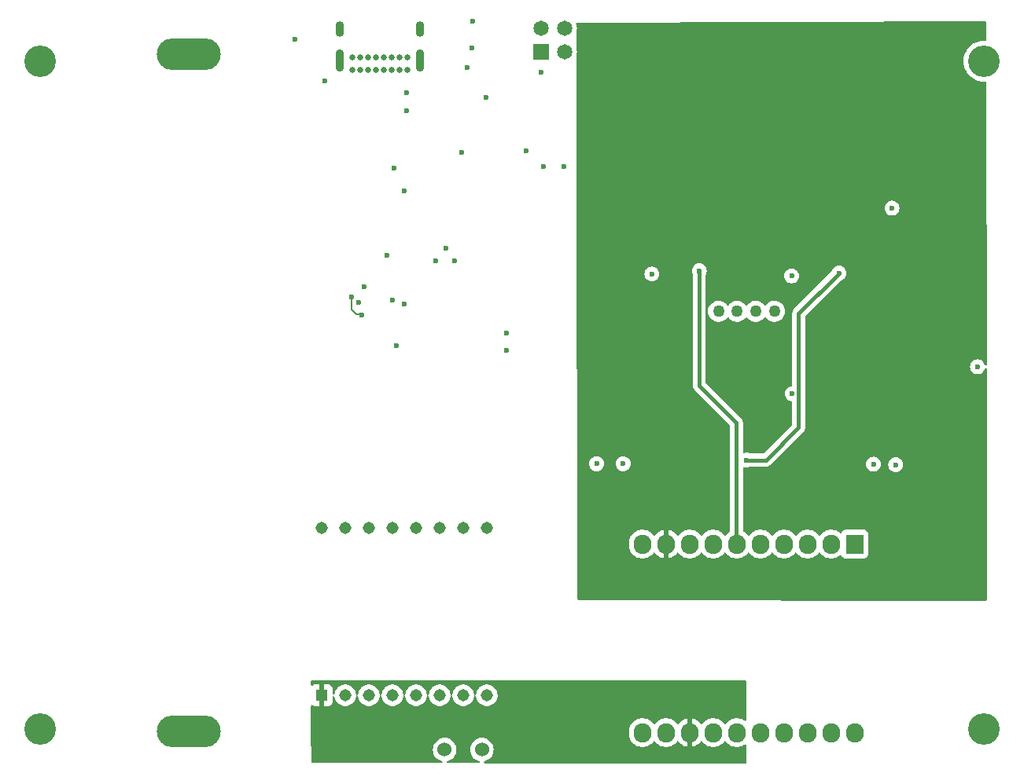
<source format=gbr>
%TF.GenerationSoftware,KiCad,Pcbnew,8.0.0*%
%TF.CreationDate,2025-02-08T12:11:07-03:30*%
%TF.ProjectId,H_Bridges,485f4272-6964-4676-9573-2e6b69636164,rev?*%
%TF.SameCoordinates,Original*%
%TF.FileFunction,Copper,L3,Inr*%
%TF.FilePolarity,Positive*%
%FSLAX46Y46*%
G04 Gerber Fmt 4.6, Leading zero omitted, Abs format (unit mm)*
G04 Created by KiCad (PCBNEW 8.0.0) date 2025-02-08 12:11:07*
%MOMM*%
%LPD*%
G01*
G04 APERTURE LIST*
%TA.AperFunction,ComponentPad*%
%ADD10C,3.400000*%
%TD*%
%TA.AperFunction,ComponentPad*%
%ADD11O,6.880000X3.440000*%
%TD*%
%TA.AperFunction,ComponentPad*%
%ADD12C,0.650000*%
%TD*%
%TA.AperFunction,ComponentPad*%
%ADD13O,0.900000X1.700000*%
%TD*%
%TA.AperFunction,ComponentPad*%
%ADD14O,0.900000X2.400000*%
%TD*%
%TA.AperFunction,ComponentPad*%
%ADD15R,1.900000X2.100000*%
%TD*%
%TA.AperFunction,ComponentPad*%
%ADD16O,1.900000X2.100000*%
%TD*%
%TA.AperFunction,ComponentPad*%
%ADD17C,1.524000*%
%TD*%
%TA.AperFunction,ComponentPad*%
%ADD18R,1.308000X1.308000*%
%TD*%
%TA.AperFunction,ComponentPad*%
%ADD19C,1.308000*%
%TD*%
%TA.AperFunction,ComponentPad*%
%ADD20R,1.651000X1.651000*%
%TD*%
%TA.AperFunction,ComponentPad*%
%ADD21C,1.651000*%
%TD*%
%TA.AperFunction,ComponentPad*%
%ADD22C,1.270000*%
%TD*%
%TA.AperFunction,ViaPad*%
%ADD23C,0.600000*%
%TD*%
%TA.AperFunction,Conductor*%
%ADD24C,0.200000*%
%TD*%
%TA.AperFunction,Conductor*%
%ADD25C,0.400000*%
%TD*%
G04 APERTURE END LIST*
D10*
%TO.N,unconnected-(H4-Pad1)*%
%TO.C,H4*%
X187300000Y-124200000D03*
%TD*%
%TO.N,unconnected-(H1-Pad1)*%
%TO.C,H1*%
X187300000Y-52250000D03*
%TD*%
%TO.N,unconnected-(H3-Pad1)*%
%TO.C,H3*%
X85700000Y-124200000D03*
%TD*%
D11*
%TO.N,GND*%
%TO.C,BT1*%
X101700000Y-124450000D03*
%TO.N,Net-(D10-K)*%
X101700000Y-51550000D03*
%TD*%
D10*
%TO.N,unconnected-(H2-Pad1)*%
%TO.C,H2*%
X85700000Y-52250000D03*
%TD*%
D12*
%TO.N,GND*%
%TO.C,J2*%
X125225000Y-53180000D03*
%TO.N,/Charger/VBUS*%
X124375000Y-53180000D03*
%TO.N,/Charger/CC1*%
X123525000Y-53180000D03*
%TO.N,/Charger/DP*%
X122675000Y-53180000D03*
%TO.N,/Charger/DN*%
X121825000Y-53180000D03*
%TO.N,unconnected-(J2-SBU1-PadA8)*%
X120975000Y-53180000D03*
%TO.N,/Charger/VBUS*%
X120125000Y-53180000D03*
%TO.N,GND*%
X119275000Y-53180000D03*
X119275000Y-51830000D03*
%TO.N,/Charger/VBUS*%
X120125000Y-51830000D03*
%TO.N,/Charger/CC2*%
X120975000Y-51830000D03*
%TO.N,/Charger/DP*%
X121825000Y-51830000D03*
%TO.N,/Charger/DN*%
X122675000Y-51830000D03*
%TO.N,unconnected-(J2-SBU2-PadB8)*%
X123525000Y-51830000D03*
%TO.N,/Charger/VBUS*%
X124375000Y-51830000D03*
%TO.N,GND*%
X125225000Y-51830000D03*
D13*
X126575000Y-48820000D03*
X117925000Y-48820000D03*
D14*
X126575000Y-52200000D03*
X117925000Y-52200000D03*
%TD*%
D15*
%TO.N,unconnected-(U1-RESET_5V-Pad1)*%
%TO.C,U1*%
X173390000Y-104300000D03*
D16*
%TO.N,unconnected-(U1-ADC-Pad2)*%
X170850000Y-104300000D03*
%TO.N,unconnected-(U1-CH_PD-Pad3)*%
X168310000Y-104300000D03*
%TO.N,/P2*%
X165770000Y-104300000D03*
%TO.N,/P1*%
X163230000Y-104300000D03*
%TO.N,/P3*%
X160690000Y-104300000D03*
%TO.N,/P4*%
X158150000Y-104300000D03*
%TO.N,unconnected-(U1-VIN-Pad8)*%
X155610000Y-104300000D03*
%TO.N,+5V*%
X153070000Y-104300000D03*
%TO.N,GND*%
X150530000Y-104300000D03*
X150530000Y-124620000D03*
%TO.N,unconnected-(U1-LDO_EN-Pad12)*%
X153070000Y-124620000D03*
%TO.N,+3V3*%
X155610000Y-124620000D03*
%TO.N,unconnected-(U1-GPIO15-Pad14)*%
X158150000Y-124620000D03*
%TO.N,unconnected-(U1-GPIO2-Pad15)*%
X160690000Y-124620000D03*
%TO.N,unconnected-(U1-GPIO0-Pad16)*%
X163230000Y-124620000D03*
%TO.N,unconnected-(U1-GPIO4-Pad17)*%
X165770000Y-124620000D03*
%TO.N,unconnected-(U1-GPIO5-Pad18)*%
X168310000Y-124620000D03*
%TO.N,/MP3_TX*%
X170850000Y-124620000D03*
%TO.N,/MP3_RX*%
X173390000Y-124620000D03*
%TD*%
D17*
%TO.N,/SPK+*%
%TO.C,LS1*%
X129250000Y-126450000D03*
%TO.N,/SPK-*%
X133250000Y-126450000D03*
%TD*%
D18*
%TO.N,+3V3*%
%TO.C,U4*%
X116000000Y-120600000D03*
D19*
%TO.N,Net-(U4-RX)*%
X118540000Y-120600000D03*
%TO.N,Net-(U4-TX)*%
X121080000Y-120600000D03*
%TO.N,unconnected-(U4-DAC_R-Pad4)*%
X123620000Y-120600000D03*
%TO.N,unconnected-(U4-DAC_L-Pad5)*%
X126160000Y-120600000D03*
%TO.N,/SPK+*%
X128700000Y-120600000D03*
%TO.N,GND*%
X131240000Y-120600000D03*
%TO.N,/SPK-*%
X133780000Y-120600000D03*
%TO.N,unconnected-(U4-IO1-Pad9)*%
X133780000Y-102566000D03*
%TO.N,GND*%
X131240000Y-102566000D03*
%TO.N,unconnected-(U4-IO2-Pad11)*%
X128700000Y-102566000D03*
%TO.N,unconnected-(U4-ADKEY1-Pad12)*%
X126160000Y-102566000D03*
%TO.N,unconnected-(U4-ADKEY2-Pad13)*%
X123620000Y-102566000D03*
%TO.N,unconnected-(U4-USB+-Pad14)*%
X121080000Y-102566000D03*
%TO.N,unconnected-(U4-USB--Pad15)*%
X118540000Y-102566000D03*
%TO.N,unconnected-(U4-BUSY-Pad16)*%
X116000000Y-102566000D03*
%TD*%
D20*
%TO.N,GND*%
%TO.C,LED1*%
X139611000Y-51267200D03*
D21*
%TO.N,Net-(LED1-Pad2)*%
X142151000Y-51267200D03*
%TO.N,Net-(U2-\u002ACHG)*%
X139611000Y-48727200D03*
%TO.N,VDD*%
X142151000Y-48727200D03*
%TD*%
D22*
%TO.N,/Coil_A+*%
%TO.C,J1*%
X164735849Y-79223350D03*
%TO.N,/Coil_B-*%
X162735850Y-79223350D03*
%TO.N,/Coil_A-*%
X160735849Y-79223350D03*
%TO.N,/Coil_B+*%
X158735851Y-79223350D03*
%TD*%
D23*
%TO.N,GND*%
X177400000Y-68100000D03*
X139600000Y-53450000D03*
X124050000Y-82900000D03*
X177800000Y-95750000D03*
X132270000Y-47940000D03*
X135859250Y-81559250D03*
X133700000Y-56200000D03*
X138000000Y-61950000D03*
X124925000Y-66260000D03*
X131100000Y-62050000D03*
X125125000Y-57580000D03*
X113100000Y-49920000D03*
X116300000Y-54420000D03*
X142100000Y-63650000D03*
X130289734Y-73800834D03*
X125125000Y-55680000D03*
X148450000Y-95650000D03*
X139900000Y-63650000D03*
X128289734Y-73800834D03*
X119950000Y-78300000D03*
X120550000Y-76550000D03*
X123000000Y-73200000D03*
X145600000Y-95650000D03*
X175400000Y-95700000D03*
X132180000Y-50790000D03*
X186600000Y-85200000D03*
X135930000Y-83400000D03*
X131627600Y-52910000D03*
%TO.N,Net-(D10-K)*%
X123600000Y-78000000D03*
X129350000Y-72450000D03*
%TO.N,VDD*%
X123800000Y-63750000D03*
%TO.N,+5V*%
X168392860Y-52800000D03*
X150950000Y-52800000D03*
X165964290Y-52800000D03*
X153378570Y-52800000D03*
X144150000Y-58214285D03*
X173250000Y-52800000D03*
X144150000Y-60642855D03*
X170821430Y-52800000D03*
X144150000Y-57000000D03*
X154592855Y-52800000D03*
X186550000Y-78200000D03*
X152164285Y-52800000D03*
X155807140Y-52800000D03*
X167178575Y-52800000D03*
X157021425Y-52800000D03*
X160800000Y-71300000D03*
X169607145Y-52800000D03*
X164750000Y-52800000D03*
X144150000Y-59428570D03*
X172035715Y-52800000D03*
X149735710Y-52800000D03*
X158235710Y-52800000D03*
X162400000Y-71200000D03*
X146800000Y-70950000D03*
%TO.N,Net-(Q10-S)*%
X119250000Y-77700000D03*
X120350000Y-79599999D03*
%TO.N,/P1*%
X166650000Y-88100000D03*
X166600000Y-75400000D03*
%TO.N,/P2*%
X151550000Y-75200000D03*
%TO.N,/P3*%
X156650000Y-74850000D03*
%TO.N,/P4*%
X171700000Y-75100000D03*
X161750000Y-95250000D03*
%TO.N,Net-(U2-\u002ACHG)*%
X124900000Y-78400000D03*
%TD*%
D24*
%TO.N,Net-(Q10-S)*%
X120250001Y-79500000D02*
X120350000Y-79599999D01*
X119250000Y-79000000D02*
X119750000Y-79500000D01*
X119750000Y-79500000D02*
X120250001Y-79500000D01*
X119250000Y-77700000D02*
X119250000Y-79000000D01*
D25*
%TO.N,/P3*%
X156650000Y-74850000D02*
X156650000Y-87200000D01*
X160661200Y-91211200D02*
X160661200Y-104280000D01*
X156650000Y-87200000D02*
X160661200Y-91211200D01*
%TO.N,/P4*%
X167350000Y-91700000D02*
X163800000Y-95250000D01*
X167350000Y-79450000D02*
X167350000Y-91700000D01*
X171700000Y-75100000D02*
X167350000Y-79450000D01*
X163800000Y-95250000D02*
X161750000Y-95250000D01*
%TD*%
%TA.AperFunction,Conductor*%
%TO.N,+3V3*%
G36*
X161576823Y-118999868D02*
G01*
X161643841Y-119019624D01*
X161689539Y-119072477D01*
X161700688Y-119123175D01*
X161723653Y-123234021D01*
X161704343Y-123301170D01*
X161651796Y-123347219D01*
X161582694Y-123357549D01*
X161526769Y-123335032D01*
X161450228Y-123279421D01*
X161246803Y-123175770D01*
X161029660Y-123105215D01*
X160804162Y-123069500D01*
X160804157Y-123069500D01*
X160575843Y-123069500D01*
X160575838Y-123069500D01*
X160350339Y-123105215D01*
X160133196Y-123175770D01*
X159929771Y-123279421D01*
X159745061Y-123413622D01*
X159583623Y-123575060D01*
X159583616Y-123575069D01*
X159520317Y-123662191D01*
X159464987Y-123704857D01*
X159395373Y-123710835D01*
X159333579Y-123678228D01*
X159319683Y-123662191D01*
X159256617Y-123575391D01*
X159256379Y-123575063D01*
X159094937Y-123413621D01*
X158910228Y-123279421D01*
X158706803Y-123175770D01*
X158489660Y-123105215D01*
X158264162Y-123069500D01*
X158264157Y-123069500D01*
X158035843Y-123069500D01*
X158035838Y-123069500D01*
X157810339Y-123105215D01*
X157593196Y-123175770D01*
X157389771Y-123279421D01*
X157205061Y-123413622D01*
X157043622Y-123575061D01*
X156999834Y-123635329D01*
X156980319Y-123662191D01*
X156980009Y-123662617D01*
X156924678Y-123705282D01*
X156855065Y-123711261D01*
X156793270Y-123678655D01*
X156779373Y-123662616D01*
X156716000Y-123575391D01*
X156715995Y-123575385D01*
X156554614Y-123414004D01*
X156369966Y-123279849D01*
X156166602Y-123176229D01*
X155949541Y-123105703D01*
X155860000Y-123091521D01*
X155860000Y-124175439D01*
X155806853Y-124144755D01*
X155677143Y-124110000D01*
X155542857Y-124110000D01*
X155413147Y-124144755D01*
X155360000Y-124175439D01*
X155360000Y-123091521D01*
X155359999Y-123091521D01*
X155270458Y-123105703D01*
X155053397Y-123176229D01*
X154850033Y-123279849D01*
X154665385Y-123414004D01*
X154504003Y-123575386D01*
X154440626Y-123662617D01*
X154385295Y-123705283D01*
X154315682Y-123711261D01*
X154253887Y-123678655D01*
X154239990Y-123662616D01*
X154239681Y-123662191D01*
X154176379Y-123575063D01*
X154014937Y-123413621D01*
X153830228Y-123279421D01*
X153626803Y-123175770D01*
X153409660Y-123105215D01*
X153184162Y-123069500D01*
X153184157Y-123069500D01*
X152955843Y-123069500D01*
X152955838Y-123069500D01*
X152730339Y-123105215D01*
X152513196Y-123175770D01*
X152309771Y-123279421D01*
X152125061Y-123413622D01*
X151963623Y-123575060D01*
X151963616Y-123575069D01*
X151900317Y-123662191D01*
X151844987Y-123704857D01*
X151775373Y-123710835D01*
X151713579Y-123678228D01*
X151699683Y-123662191D01*
X151636617Y-123575391D01*
X151636379Y-123575063D01*
X151474937Y-123413621D01*
X151290228Y-123279421D01*
X151086803Y-123175770D01*
X150869660Y-123105215D01*
X150644162Y-123069500D01*
X150644157Y-123069500D01*
X150415843Y-123069500D01*
X150415838Y-123069500D01*
X150190339Y-123105215D01*
X149973196Y-123175770D01*
X149769771Y-123279421D01*
X149585061Y-123413622D01*
X149423622Y-123575061D01*
X149289421Y-123759771D01*
X149185770Y-123963196D01*
X149115215Y-124180339D01*
X149079500Y-124405837D01*
X149079500Y-124834162D01*
X149115215Y-125059660D01*
X149185770Y-125276803D01*
X149288882Y-125479170D01*
X149289421Y-125480228D01*
X149423621Y-125664937D01*
X149585063Y-125826379D01*
X149769772Y-125960579D01*
X149865884Y-126009550D01*
X149973196Y-126064229D01*
X149973198Y-126064229D01*
X149973201Y-126064231D01*
X150089592Y-126102049D01*
X150190339Y-126134784D01*
X150415838Y-126170500D01*
X150415843Y-126170500D01*
X150644162Y-126170500D01*
X150869660Y-126134784D01*
X150871165Y-126134295D01*
X151086799Y-126064231D01*
X151290228Y-125960579D01*
X151474937Y-125826379D01*
X151636379Y-125664937D01*
X151699682Y-125577807D01*
X151755012Y-125535143D01*
X151824626Y-125529164D01*
X151886421Y-125561770D01*
X151900315Y-125577804D01*
X151963621Y-125664937D01*
X152125063Y-125826379D01*
X152309772Y-125960579D01*
X152405884Y-126009550D01*
X152513196Y-126064229D01*
X152513198Y-126064229D01*
X152513201Y-126064231D01*
X152629592Y-126102049D01*
X152730339Y-126134784D01*
X152955838Y-126170500D01*
X152955843Y-126170500D01*
X153184162Y-126170500D01*
X153409660Y-126134784D01*
X153411165Y-126134295D01*
X153626799Y-126064231D01*
X153830228Y-125960579D01*
X154014937Y-125826379D01*
X154176379Y-125664937D01*
X154239992Y-125577380D01*
X154295319Y-125534717D01*
X154364933Y-125528738D01*
X154426728Y-125561343D01*
X154440626Y-125577382D01*
X154504004Y-125664613D01*
X154504004Y-125664614D01*
X154665385Y-125825995D01*
X154850033Y-125960150D01*
X155053395Y-126063769D01*
X155270455Y-126134295D01*
X155360000Y-126148478D01*
X155360000Y-125064560D01*
X155413147Y-125095245D01*
X155542857Y-125130000D01*
X155677143Y-125130000D01*
X155806853Y-125095245D01*
X155860000Y-125064560D01*
X155860000Y-126148477D01*
X155949544Y-126134295D01*
X156166604Y-126063769D01*
X156369966Y-125960150D01*
X156554614Y-125825995D01*
X156715995Y-125664614D01*
X156716000Y-125664608D01*
X156779373Y-125577383D01*
X156834702Y-125534717D01*
X156904316Y-125528738D01*
X156966111Y-125561343D01*
X156980003Y-125577375D01*
X157043621Y-125664937D01*
X157205063Y-125826379D01*
X157389772Y-125960579D01*
X157485884Y-126009550D01*
X157593196Y-126064229D01*
X157593198Y-126064229D01*
X157593201Y-126064231D01*
X157709592Y-126102049D01*
X157810339Y-126134784D01*
X158035838Y-126170500D01*
X158035843Y-126170500D01*
X158264162Y-126170500D01*
X158489660Y-126134784D01*
X158491165Y-126134295D01*
X158706799Y-126064231D01*
X158910228Y-125960579D01*
X159094937Y-125826379D01*
X159256379Y-125664937D01*
X159319682Y-125577807D01*
X159375012Y-125535143D01*
X159444626Y-125529164D01*
X159506421Y-125561770D01*
X159520315Y-125577804D01*
X159583621Y-125664937D01*
X159745063Y-125826379D01*
X159929772Y-125960579D01*
X160025884Y-126009550D01*
X160133196Y-126064229D01*
X160133198Y-126064229D01*
X160133201Y-126064231D01*
X160249592Y-126102049D01*
X160350339Y-126134784D01*
X160575838Y-126170500D01*
X160575843Y-126170500D01*
X160804162Y-126170500D01*
X161029660Y-126134784D01*
X161031165Y-126134295D01*
X161246799Y-126064231D01*
X161450228Y-125960579D01*
X161542186Y-125893766D01*
X161607989Y-125870287D01*
X161676043Y-125886112D01*
X161724739Y-125936217D01*
X161739068Y-125993392D01*
X161749302Y-127825173D01*
X161729992Y-127892322D01*
X161677445Y-127938371D01*
X161625172Y-127949866D01*
X133583779Y-127919939D01*
X133516760Y-127900183D01*
X133471062Y-127847330D01*
X133461192Y-127778161D01*
X133490285Y-127714636D01*
X133549103Y-127676925D01*
X133551738Y-127676186D01*
X133683450Y-127640894D01*
X133883662Y-127547534D01*
X134064620Y-127420826D01*
X134220826Y-127264620D01*
X134347534Y-127083662D01*
X134440894Y-126883450D01*
X134498070Y-126670068D01*
X134517323Y-126450000D01*
X134498070Y-126229932D01*
X134440894Y-126016550D01*
X134347534Y-125816339D01*
X134220826Y-125635380D01*
X134064620Y-125479174D01*
X134064616Y-125479171D01*
X134064615Y-125479170D01*
X133883666Y-125352468D01*
X133883662Y-125352466D01*
X133721401Y-125276803D01*
X133683450Y-125259106D01*
X133683447Y-125259105D01*
X133683445Y-125259104D01*
X133470070Y-125201930D01*
X133470062Y-125201929D01*
X133250002Y-125182677D01*
X133249998Y-125182677D01*
X133029937Y-125201929D01*
X133029929Y-125201930D01*
X132816554Y-125259104D01*
X132816548Y-125259107D01*
X132616340Y-125352465D01*
X132616338Y-125352466D01*
X132435377Y-125479175D01*
X132279175Y-125635377D01*
X132152466Y-125816338D01*
X132152465Y-125816340D01*
X132059107Y-126016548D01*
X132059104Y-126016554D01*
X132001930Y-126229929D01*
X132001929Y-126229937D01*
X131982677Y-126449997D01*
X131982677Y-126450002D01*
X132001929Y-126670062D01*
X132001930Y-126670070D01*
X132059104Y-126883445D01*
X132059105Y-126883447D01*
X132059106Y-126883450D01*
X132152466Y-127083662D01*
X132152468Y-127083666D01*
X132279170Y-127264615D01*
X132279175Y-127264621D01*
X132435378Y-127420824D01*
X132435384Y-127420829D01*
X132616333Y-127547531D01*
X132616335Y-127547532D01*
X132616338Y-127547534D01*
X132816550Y-127640894D01*
X132945511Y-127675449D01*
X133005172Y-127711814D01*
X133035701Y-127774661D01*
X133027406Y-127844036D01*
X132982921Y-127897914D01*
X132916369Y-127919189D01*
X132913286Y-127919224D01*
X129599647Y-127915687D01*
X129532628Y-127895931D01*
X129486930Y-127843078D01*
X129477060Y-127773909D01*
X129506153Y-127710384D01*
X129564971Y-127672673D01*
X129567617Y-127671931D01*
X129651877Y-127649353D01*
X129683440Y-127640897D01*
X129683441Y-127640896D01*
X129683450Y-127640894D01*
X129883662Y-127547534D01*
X130064620Y-127420826D01*
X130220826Y-127264620D01*
X130347534Y-127083662D01*
X130440894Y-126883450D01*
X130498070Y-126670068D01*
X130517323Y-126450000D01*
X130498070Y-126229932D01*
X130440894Y-126016550D01*
X130347534Y-125816339D01*
X130220826Y-125635380D01*
X130064620Y-125479174D01*
X130064616Y-125479171D01*
X130064615Y-125479170D01*
X129883666Y-125352468D01*
X129883662Y-125352466D01*
X129721401Y-125276803D01*
X129683450Y-125259106D01*
X129683447Y-125259105D01*
X129683445Y-125259104D01*
X129470070Y-125201930D01*
X129470062Y-125201929D01*
X129250002Y-125182677D01*
X129249998Y-125182677D01*
X129029937Y-125201929D01*
X129029929Y-125201930D01*
X128816554Y-125259104D01*
X128816548Y-125259107D01*
X128616340Y-125352465D01*
X128616338Y-125352466D01*
X128435377Y-125479175D01*
X128279175Y-125635377D01*
X128152466Y-125816338D01*
X128152465Y-125816340D01*
X128059107Y-126016548D01*
X128059104Y-126016554D01*
X128001930Y-126229929D01*
X128001929Y-126229937D01*
X127982677Y-126449997D01*
X127982677Y-126450002D01*
X128001929Y-126670062D01*
X128001930Y-126670070D01*
X128059104Y-126883445D01*
X128059105Y-126883447D01*
X128059106Y-126883450D01*
X128152466Y-127083662D01*
X128152468Y-127083666D01*
X128279170Y-127264615D01*
X128279175Y-127264621D01*
X128435378Y-127420824D01*
X128435384Y-127420829D01*
X128616333Y-127547531D01*
X128616335Y-127547532D01*
X128616338Y-127547534D01*
X128816550Y-127640894D01*
X128816556Y-127640895D01*
X128816557Y-127640896D01*
X128929515Y-127671163D01*
X128989176Y-127707528D01*
X129019705Y-127770375D01*
X129011410Y-127839750D01*
X128966925Y-127893628D01*
X128900373Y-127914903D01*
X128897290Y-127914938D01*
X115022159Y-127900130D01*
X114955140Y-127880374D01*
X114909442Y-127827521D01*
X114898303Y-127777854D01*
X114850012Y-124300864D01*
X114850000Y-124299142D01*
X114850000Y-121754997D01*
X114869685Y-121687958D01*
X114922489Y-121642203D01*
X114991647Y-121632259D01*
X115048312Y-121655731D01*
X115103910Y-121697352D01*
X115103913Y-121697354D01*
X115238620Y-121747596D01*
X115238627Y-121747598D01*
X115298155Y-121753999D01*
X115298172Y-121754000D01*
X115750000Y-121754000D01*
X115750000Y-120915686D01*
X115754394Y-120920080D01*
X115845606Y-120972741D01*
X115947339Y-121000000D01*
X116052661Y-121000000D01*
X116154394Y-120972741D01*
X116245606Y-120920080D01*
X116250000Y-120915686D01*
X116250000Y-121754000D01*
X116701828Y-121754000D01*
X116701844Y-121753999D01*
X116761372Y-121747598D01*
X116761379Y-121747596D01*
X116896086Y-121697354D01*
X116896093Y-121697350D01*
X117011187Y-121611190D01*
X117011190Y-121611187D01*
X117097350Y-121496093D01*
X117097354Y-121496086D01*
X117147596Y-121361379D01*
X117147598Y-121361372D01*
X117153999Y-121301844D01*
X117154000Y-121301827D01*
X117154000Y-120833653D01*
X117173685Y-120766614D01*
X117226489Y-120720859D01*
X117295647Y-120710915D01*
X117359203Y-120739940D01*
X117396977Y-120798718D01*
X117399888Y-120810866D01*
X117400296Y-120813048D01*
X117458846Y-121018835D01*
X117458849Y-121018840D01*
X117554219Y-121210370D01*
X117683159Y-121381114D01*
X117841278Y-121525258D01*
X117841283Y-121525261D01*
X117841286Y-121525263D01*
X118023186Y-121637891D01*
X118023187Y-121637891D01*
X118023190Y-121637893D01*
X118222703Y-121715185D01*
X118433020Y-121754500D01*
X118433022Y-121754500D01*
X118646978Y-121754500D01*
X118646980Y-121754500D01*
X118857297Y-121715185D01*
X119056810Y-121637893D01*
X119238722Y-121525258D01*
X119396841Y-121381114D01*
X119525781Y-121210370D01*
X119621151Y-121018840D01*
X119621151Y-121018837D01*
X119621153Y-121018835D01*
X119679703Y-120813050D01*
X119679704Y-120813047D01*
X119686479Y-120739940D01*
X119686529Y-120739394D01*
X119712315Y-120674457D01*
X119769116Y-120633770D01*
X119838897Y-120630250D01*
X119899503Y-120665015D01*
X119931693Y-120727028D01*
X119933471Y-120739395D01*
X119940295Y-120813047D01*
X119940296Y-120813050D01*
X119998846Y-121018835D01*
X119998849Y-121018840D01*
X120094219Y-121210370D01*
X120223159Y-121381114D01*
X120381278Y-121525258D01*
X120381283Y-121525261D01*
X120381286Y-121525263D01*
X120563186Y-121637891D01*
X120563187Y-121637891D01*
X120563190Y-121637893D01*
X120762703Y-121715185D01*
X120973020Y-121754500D01*
X120973022Y-121754500D01*
X121186978Y-121754500D01*
X121186980Y-121754500D01*
X121397297Y-121715185D01*
X121596810Y-121637893D01*
X121778722Y-121525258D01*
X121936841Y-121381114D01*
X122065781Y-121210370D01*
X122161151Y-121018840D01*
X122161151Y-121018837D01*
X122161153Y-121018835D01*
X122219703Y-120813050D01*
X122219704Y-120813047D01*
X122226479Y-120739940D01*
X122226529Y-120739394D01*
X122252315Y-120674457D01*
X122309116Y-120633770D01*
X122378897Y-120630250D01*
X122439503Y-120665015D01*
X122471693Y-120727028D01*
X122473471Y-120739395D01*
X122480295Y-120813047D01*
X122480296Y-120813050D01*
X122538846Y-121018835D01*
X122538849Y-121018840D01*
X122634219Y-121210370D01*
X122763159Y-121381114D01*
X122921278Y-121525258D01*
X122921283Y-121525261D01*
X122921286Y-121525263D01*
X123103186Y-121637891D01*
X123103187Y-121637891D01*
X123103190Y-121637893D01*
X123302703Y-121715185D01*
X123513020Y-121754500D01*
X123513022Y-121754500D01*
X123726978Y-121754500D01*
X123726980Y-121754500D01*
X123937297Y-121715185D01*
X124136810Y-121637893D01*
X124318722Y-121525258D01*
X124476841Y-121381114D01*
X124605781Y-121210370D01*
X124701151Y-121018840D01*
X124701151Y-121018837D01*
X124701153Y-121018835D01*
X124759703Y-120813050D01*
X124759704Y-120813047D01*
X124766479Y-120739940D01*
X124766529Y-120739394D01*
X124792315Y-120674457D01*
X124849116Y-120633770D01*
X124918897Y-120630250D01*
X124979503Y-120665015D01*
X125011693Y-120727028D01*
X125013471Y-120739395D01*
X125020295Y-120813047D01*
X125020296Y-120813050D01*
X125078846Y-121018835D01*
X125078849Y-121018840D01*
X125174219Y-121210370D01*
X125303159Y-121381114D01*
X125461278Y-121525258D01*
X125461283Y-121525261D01*
X125461286Y-121525263D01*
X125643186Y-121637891D01*
X125643187Y-121637891D01*
X125643190Y-121637893D01*
X125842703Y-121715185D01*
X126053020Y-121754500D01*
X126053022Y-121754500D01*
X126266978Y-121754500D01*
X126266980Y-121754500D01*
X126477297Y-121715185D01*
X126676810Y-121637893D01*
X126858722Y-121525258D01*
X127016841Y-121381114D01*
X127145781Y-121210370D01*
X127241151Y-121018840D01*
X127241151Y-121018837D01*
X127241153Y-121018835D01*
X127299703Y-120813050D01*
X127299704Y-120813047D01*
X127306479Y-120739940D01*
X127306529Y-120739394D01*
X127332315Y-120674457D01*
X127389116Y-120633770D01*
X127458897Y-120630250D01*
X127519503Y-120665015D01*
X127551693Y-120727028D01*
X127553471Y-120739395D01*
X127560295Y-120813047D01*
X127560296Y-120813050D01*
X127618846Y-121018835D01*
X127618849Y-121018840D01*
X127714219Y-121210370D01*
X127843159Y-121381114D01*
X128001278Y-121525258D01*
X128001283Y-121525261D01*
X128001286Y-121525263D01*
X128183186Y-121637891D01*
X128183187Y-121637891D01*
X128183190Y-121637893D01*
X128382703Y-121715185D01*
X128593020Y-121754500D01*
X128593022Y-121754500D01*
X128806978Y-121754500D01*
X128806980Y-121754500D01*
X129017297Y-121715185D01*
X129216810Y-121637893D01*
X129398722Y-121525258D01*
X129556841Y-121381114D01*
X129685781Y-121210370D01*
X129781151Y-121018840D01*
X129781151Y-121018837D01*
X129781153Y-121018835D01*
X129839703Y-120813050D01*
X129839704Y-120813047D01*
X129846479Y-120739940D01*
X129846529Y-120739394D01*
X129872315Y-120674457D01*
X129929116Y-120633770D01*
X129998897Y-120630250D01*
X130059503Y-120665015D01*
X130091693Y-120727028D01*
X130093471Y-120739395D01*
X130100295Y-120813047D01*
X130100296Y-120813050D01*
X130158846Y-121018835D01*
X130158849Y-121018840D01*
X130254219Y-121210370D01*
X130383159Y-121381114D01*
X130541278Y-121525258D01*
X130541283Y-121525261D01*
X130541286Y-121525263D01*
X130723186Y-121637891D01*
X130723187Y-121637891D01*
X130723190Y-121637893D01*
X130922703Y-121715185D01*
X131133020Y-121754500D01*
X131133022Y-121754500D01*
X131346978Y-121754500D01*
X131346980Y-121754500D01*
X131557297Y-121715185D01*
X131756810Y-121637893D01*
X131938722Y-121525258D01*
X132096841Y-121381114D01*
X132225781Y-121210370D01*
X132321151Y-121018840D01*
X132321151Y-121018837D01*
X132321153Y-121018835D01*
X132379703Y-120813050D01*
X132379704Y-120813047D01*
X132386479Y-120739940D01*
X132386529Y-120739394D01*
X132412315Y-120674457D01*
X132469116Y-120633770D01*
X132538897Y-120630250D01*
X132599503Y-120665015D01*
X132631693Y-120727028D01*
X132633471Y-120739395D01*
X132640295Y-120813047D01*
X132640296Y-120813050D01*
X132698846Y-121018835D01*
X132698849Y-121018840D01*
X132794219Y-121210370D01*
X132923159Y-121381114D01*
X133081278Y-121525258D01*
X133081283Y-121525261D01*
X133081286Y-121525263D01*
X133263186Y-121637891D01*
X133263187Y-121637891D01*
X133263190Y-121637893D01*
X133462703Y-121715185D01*
X133673020Y-121754500D01*
X133673022Y-121754500D01*
X133886978Y-121754500D01*
X133886980Y-121754500D01*
X134097297Y-121715185D01*
X134296810Y-121637893D01*
X134478722Y-121525258D01*
X134636841Y-121381114D01*
X134765781Y-121210370D01*
X134861151Y-121018840D01*
X134861151Y-121018837D01*
X134861153Y-121018835D01*
X134919703Y-120813050D01*
X134919704Y-120813047D01*
X134926479Y-120739940D01*
X134939446Y-120600000D01*
X134919704Y-120386952D01*
X134889251Y-120279920D01*
X134861153Y-120181164D01*
X134861150Y-120181158D01*
X134765781Y-119989630D01*
X134636841Y-119818886D01*
X134478722Y-119674742D01*
X134478716Y-119674738D01*
X134478713Y-119674736D01*
X134296813Y-119562108D01*
X134296807Y-119562106D01*
X134097297Y-119484815D01*
X133886980Y-119445500D01*
X133673020Y-119445500D01*
X133462703Y-119484815D01*
X133412074Y-119504429D01*
X133263192Y-119562106D01*
X133263186Y-119562108D01*
X133081286Y-119674736D01*
X133081283Y-119674738D01*
X133081279Y-119674740D01*
X133081278Y-119674742D01*
X133049287Y-119703906D01*
X132923158Y-119818887D01*
X132794219Y-119989629D01*
X132698849Y-120181158D01*
X132698846Y-120181164D01*
X132640296Y-120386949D01*
X132640295Y-120386952D01*
X132633471Y-120460604D01*
X132607685Y-120525542D01*
X132550884Y-120566229D01*
X132481103Y-120569749D01*
X132420497Y-120534984D01*
X132388307Y-120472971D01*
X132386529Y-120460604D01*
X132379704Y-120386952D01*
X132379703Y-120386949D01*
X132321153Y-120181164D01*
X132321150Y-120181158D01*
X132225781Y-119989630D01*
X132096841Y-119818886D01*
X131938722Y-119674742D01*
X131938716Y-119674738D01*
X131938713Y-119674736D01*
X131756813Y-119562108D01*
X131756807Y-119562106D01*
X131557297Y-119484815D01*
X131346980Y-119445500D01*
X131133020Y-119445500D01*
X130922703Y-119484815D01*
X130872074Y-119504429D01*
X130723192Y-119562106D01*
X130723186Y-119562108D01*
X130541286Y-119674736D01*
X130541283Y-119674738D01*
X130541279Y-119674740D01*
X130541278Y-119674742D01*
X130509287Y-119703906D01*
X130383158Y-119818887D01*
X130254219Y-119989629D01*
X130158849Y-120181158D01*
X130158846Y-120181164D01*
X130100296Y-120386949D01*
X130100295Y-120386952D01*
X130093471Y-120460604D01*
X130067685Y-120525542D01*
X130010884Y-120566229D01*
X129941103Y-120569749D01*
X129880497Y-120534984D01*
X129848307Y-120472971D01*
X129846529Y-120460604D01*
X129839704Y-120386952D01*
X129839703Y-120386949D01*
X129781153Y-120181164D01*
X129781150Y-120181158D01*
X129685781Y-119989630D01*
X129556841Y-119818886D01*
X129398722Y-119674742D01*
X129398716Y-119674738D01*
X129398713Y-119674736D01*
X129216813Y-119562108D01*
X129216807Y-119562106D01*
X129017297Y-119484815D01*
X128806980Y-119445500D01*
X128593020Y-119445500D01*
X128382703Y-119484815D01*
X128332074Y-119504429D01*
X128183192Y-119562106D01*
X128183186Y-119562108D01*
X128001286Y-119674736D01*
X128001283Y-119674738D01*
X128001279Y-119674740D01*
X128001278Y-119674742D01*
X127969287Y-119703906D01*
X127843158Y-119818887D01*
X127714219Y-119989629D01*
X127618849Y-120181158D01*
X127618846Y-120181164D01*
X127560296Y-120386949D01*
X127560295Y-120386952D01*
X127553471Y-120460604D01*
X127527685Y-120525542D01*
X127470884Y-120566229D01*
X127401103Y-120569749D01*
X127340497Y-120534984D01*
X127308307Y-120472971D01*
X127306529Y-120460604D01*
X127299704Y-120386952D01*
X127299703Y-120386949D01*
X127241153Y-120181164D01*
X127241150Y-120181158D01*
X127145781Y-119989630D01*
X127016841Y-119818886D01*
X126858722Y-119674742D01*
X126858716Y-119674738D01*
X126858713Y-119674736D01*
X126676813Y-119562108D01*
X126676807Y-119562106D01*
X126477297Y-119484815D01*
X126266980Y-119445500D01*
X126053020Y-119445500D01*
X125842703Y-119484815D01*
X125792074Y-119504429D01*
X125643192Y-119562106D01*
X125643186Y-119562108D01*
X125461286Y-119674736D01*
X125461283Y-119674738D01*
X125461279Y-119674740D01*
X125461278Y-119674742D01*
X125429287Y-119703906D01*
X125303158Y-119818887D01*
X125174219Y-119989629D01*
X125078849Y-120181158D01*
X125078846Y-120181164D01*
X125020296Y-120386949D01*
X125020295Y-120386952D01*
X125013471Y-120460604D01*
X124987685Y-120525542D01*
X124930884Y-120566229D01*
X124861103Y-120569749D01*
X124800497Y-120534984D01*
X124768307Y-120472971D01*
X124766529Y-120460604D01*
X124759704Y-120386952D01*
X124759703Y-120386949D01*
X124701153Y-120181164D01*
X124701150Y-120181158D01*
X124605781Y-119989630D01*
X124476841Y-119818886D01*
X124318722Y-119674742D01*
X124318716Y-119674738D01*
X124318713Y-119674736D01*
X124136813Y-119562108D01*
X124136807Y-119562106D01*
X123937297Y-119484815D01*
X123726980Y-119445500D01*
X123513020Y-119445500D01*
X123302703Y-119484815D01*
X123252074Y-119504429D01*
X123103192Y-119562106D01*
X123103186Y-119562108D01*
X122921286Y-119674736D01*
X122921283Y-119674738D01*
X122921279Y-119674740D01*
X122921278Y-119674742D01*
X122889287Y-119703906D01*
X122763158Y-119818887D01*
X122634219Y-119989629D01*
X122538849Y-120181158D01*
X122538846Y-120181164D01*
X122480296Y-120386949D01*
X122480295Y-120386952D01*
X122473471Y-120460604D01*
X122447685Y-120525542D01*
X122390884Y-120566229D01*
X122321103Y-120569749D01*
X122260497Y-120534984D01*
X122228307Y-120472971D01*
X122226529Y-120460604D01*
X122219704Y-120386952D01*
X122219703Y-120386949D01*
X122161153Y-120181164D01*
X122161150Y-120181158D01*
X122065781Y-119989630D01*
X121936841Y-119818886D01*
X121778722Y-119674742D01*
X121778716Y-119674738D01*
X121778713Y-119674736D01*
X121596813Y-119562108D01*
X121596807Y-119562106D01*
X121397297Y-119484815D01*
X121186980Y-119445500D01*
X120973020Y-119445500D01*
X120762703Y-119484815D01*
X120712074Y-119504429D01*
X120563192Y-119562106D01*
X120563186Y-119562108D01*
X120381286Y-119674736D01*
X120381283Y-119674738D01*
X120381279Y-119674740D01*
X120381278Y-119674742D01*
X120349287Y-119703906D01*
X120223158Y-119818887D01*
X120094219Y-119989629D01*
X119998849Y-120181158D01*
X119998846Y-120181164D01*
X119940296Y-120386949D01*
X119940295Y-120386952D01*
X119933471Y-120460604D01*
X119907685Y-120525542D01*
X119850884Y-120566229D01*
X119781103Y-120569749D01*
X119720497Y-120534984D01*
X119688307Y-120472971D01*
X119686529Y-120460604D01*
X119679704Y-120386952D01*
X119679703Y-120386949D01*
X119621153Y-120181164D01*
X119621150Y-120181158D01*
X119525781Y-119989630D01*
X119396841Y-119818886D01*
X119238722Y-119674742D01*
X119238716Y-119674738D01*
X119238713Y-119674736D01*
X119056813Y-119562108D01*
X119056807Y-119562106D01*
X118857297Y-119484815D01*
X118646980Y-119445500D01*
X118433020Y-119445500D01*
X118222703Y-119484815D01*
X118172074Y-119504429D01*
X118023192Y-119562106D01*
X118023186Y-119562108D01*
X117841286Y-119674736D01*
X117841283Y-119674738D01*
X117841279Y-119674740D01*
X117841278Y-119674742D01*
X117809287Y-119703906D01*
X117683158Y-119818887D01*
X117554219Y-119989629D01*
X117458849Y-120181158D01*
X117458846Y-120181164D01*
X117400297Y-120386946D01*
X117399888Y-120389136D01*
X117399403Y-120390089D01*
X117398727Y-120392466D01*
X117398261Y-120392333D01*
X117368218Y-120451415D01*
X117307904Y-120486686D01*
X117238096Y-120483750D01*
X117180957Y-120443539D01*
X117154629Y-120378819D01*
X117154000Y-120366346D01*
X117154000Y-119898172D01*
X117153999Y-119898155D01*
X117147598Y-119838627D01*
X117147596Y-119838620D01*
X117097354Y-119703913D01*
X117097350Y-119703906D01*
X117011190Y-119588812D01*
X117011187Y-119588809D01*
X116896093Y-119502649D01*
X116896086Y-119502645D01*
X116761379Y-119452403D01*
X116761372Y-119452401D01*
X116701844Y-119446000D01*
X116250000Y-119446000D01*
X116250000Y-120284314D01*
X116245606Y-120279920D01*
X116154394Y-120227259D01*
X116052661Y-120200000D01*
X115947339Y-120200000D01*
X115845606Y-120227259D01*
X115754394Y-120279920D01*
X115750000Y-120284314D01*
X115750000Y-119446000D01*
X115298155Y-119446000D01*
X115238627Y-119452401D01*
X115238620Y-119452403D01*
X115103913Y-119502645D01*
X115103910Y-119502647D01*
X115048311Y-119544269D01*
X114982847Y-119568686D01*
X114914574Y-119553834D01*
X114865168Y-119504429D01*
X114850000Y-119445002D01*
X114850000Y-119074132D01*
X114869685Y-119007093D01*
X114922489Y-118961338D01*
X114974129Y-118950132D01*
X161576823Y-118999868D01*
G37*
%TD.AperFunction*%
%TD*%
%TA.AperFunction,Conductor*%
%TO.N,+5V*%
G36*
X187492906Y-47969865D02*
G01*
X187538828Y-48022523D01*
X187550198Y-48074193D01*
X187553167Y-49928778D01*
X187533590Y-49995849D01*
X187480859Y-50041689D01*
X187421058Y-50052712D01*
X187300000Y-50044778D01*
X187012161Y-50063644D01*
X187012155Y-50063645D01*
X187012150Y-50063646D01*
X186729254Y-50119917D01*
X186729239Y-50119921D01*
X186456094Y-50212642D01*
X186197393Y-50340219D01*
X186197386Y-50340223D01*
X185957547Y-50500478D01*
X185740672Y-50690672D01*
X185550478Y-50907547D01*
X185390223Y-51147386D01*
X185390219Y-51147393D01*
X185262642Y-51406094D01*
X185169921Y-51679239D01*
X185169917Y-51679254D01*
X185113646Y-51962150D01*
X185113644Y-51962162D01*
X185094778Y-52250000D01*
X185113644Y-52537837D01*
X185113646Y-52537849D01*
X185169917Y-52820745D01*
X185169921Y-52820760D01*
X185262642Y-53093905D01*
X185390219Y-53352606D01*
X185390223Y-53352613D01*
X185550478Y-53592452D01*
X185740672Y-53809327D01*
X185957546Y-53999520D01*
X186197389Y-54159778D01*
X186456098Y-54287359D01*
X186729247Y-54380081D01*
X187012161Y-54436356D01*
X187300000Y-54455222D01*
X187428490Y-54446800D01*
X187496673Y-54462057D01*
X187545784Y-54511755D01*
X187560600Y-54570335D01*
X187609215Y-84930453D01*
X187589638Y-84997524D01*
X187536907Y-85043364D01*
X187467765Y-85053418D01*
X187404162Y-85024495D01*
X187368174Y-84971607D01*
X187325789Y-84850478D01*
X187229816Y-84697738D01*
X187102262Y-84570184D01*
X186949523Y-84474211D01*
X186779254Y-84414631D01*
X186779249Y-84414630D01*
X186600004Y-84394435D01*
X186599996Y-84394435D01*
X186420750Y-84414630D01*
X186420745Y-84414631D01*
X186250476Y-84474211D01*
X186097737Y-84570184D01*
X185970184Y-84697737D01*
X185874211Y-84850476D01*
X185814631Y-85020745D01*
X185814630Y-85020750D01*
X185794435Y-85199996D01*
X185794435Y-85200003D01*
X185814630Y-85379249D01*
X185814631Y-85379254D01*
X185874211Y-85549523D01*
X185970184Y-85702262D01*
X186097738Y-85829816D01*
X186250478Y-85925789D01*
X186420745Y-85985368D01*
X186420750Y-85985369D01*
X186599996Y-86005565D01*
X186600000Y-86005565D01*
X186600004Y-86005565D01*
X186779249Y-85985369D01*
X186779252Y-85985368D01*
X186779255Y-85985368D01*
X186949522Y-85925789D01*
X187102262Y-85829816D01*
X187229816Y-85702262D01*
X187325789Y-85549522D01*
X187369033Y-85425937D01*
X187409754Y-85369163D01*
X187474706Y-85343415D01*
X187543268Y-85356871D01*
X187593671Y-85405258D01*
X187610074Y-85466694D01*
X187649800Y-110275547D01*
X187630223Y-110342618D01*
X187577492Y-110388458D01*
X187525547Y-110399746D01*
X143673429Y-110310251D01*
X143606430Y-110290429D01*
X143560783Y-110237532D01*
X143549682Y-110186572D01*
X143535095Y-104514162D01*
X149079500Y-104514162D01*
X149115215Y-104739660D01*
X149185770Y-104956803D01*
X149289421Y-105160228D01*
X149423621Y-105344937D01*
X149585063Y-105506379D01*
X149769772Y-105640579D01*
X149865884Y-105689550D01*
X149973196Y-105744229D01*
X149973198Y-105744229D01*
X149973201Y-105744231D01*
X150089592Y-105782049D01*
X150190339Y-105814784D01*
X150415838Y-105850500D01*
X150415843Y-105850500D01*
X150644162Y-105850500D01*
X150869660Y-105814784D01*
X150871165Y-105814295D01*
X151086799Y-105744231D01*
X151290228Y-105640579D01*
X151474937Y-105506379D01*
X151636379Y-105344937D01*
X151699992Y-105257380D01*
X151755319Y-105214717D01*
X151824933Y-105208738D01*
X151886728Y-105241343D01*
X151900626Y-105257382D01*
X151964004Y-105344613D01*
X151964004Y-105344614D01*
X152125385Y-105505995D01*
X152310033Y-105640150D01*
X152513395Y-105743769D01*
X152730455Y-105814295D01*
X152820000Y-105828478D01*
X152820000Y-104744560D01*
X152873147Y-104775245D01*
X153002857Y-104810000D01*
X153137143Y-104810000D01*
X153266853Y-104775245D01*
X153320000Y-104744560D01*
X153320000Y-105828477D01*
X153409544Y-105814295D01*
X153626604Y-105743769D01*
X153829966Y-105640150D01*
X154014614Y-105505995D01*
X154175995Y-105344614D01*
X154176000Y-105344608D01*
X154239373Y-105257383D01*
X154294702Y-105214717D01*
X154364316Y-105208738D01*
X154426111Y-105241343D01*
X154440003Y-105257375D01*
X154503621Y-105344937D01*
X154665063Y-105506379D01*
X154849772Y-105640579D01*
X154945884Y-105689550D01*
X155053196Y-105744229D01*
X155053198Y-105744229D01*
X155053201Y-105744231D01*
X155169592Y-105782049D01*
X155270339Y-105814784D01*
X155495838Y-105850500D01*
X155495843Y-105850500D01*
X155724162Y-105850500D01*
X155949660Y-105814784D01*
X155951165Y-105814295D01*
X156166799Y-105744231D01*
X156370228Y-105640579D01*
X156554937Y-105506379D01*
X156716379Y-105344937D01*
X156779682Y-105257807D01*
X156835012Y-105215143D01*
X156904626Y-105209164D01*
X156966421Y-105241770D01*
X156980315Y-105257804D01*
X157043621Y-105344937D01*
X157205063Y-105506379D01*
X157389772Y-105640579D01*
X157485884Y-105689550D01*
X157593196Y-105744229D01*
X157593198Y-105744229D01*
X157593201Y-105744231D01*
X157709592Y-105782049D01*
X157810339Y-105814784D01*
X158035838Y-105850500D01*
X158035843Y-105850500D01*
X158264162Y-105850500D01*
X158489660Y-105814784D01*
X158491165Y-105814295D01*
X158706799Y-105744231D01*
X158910228Y-105640579D01*
X159094937Y-105506379D01*
X159256379Y-105344937D01*
X159319682Y-105257807D01*
X159375012Y-105215143D01*
X159444626Y-105209164D01*
X159506421Y-105241770D01*
X159520315Y-105257804D01*
X159583621Y-105344937D01*
X159745063Y-105506379D01*
X159929772Y-105640579D01*
X160025884Y-105689550D01*
X160133196Y-105744229D01*
X160133198Y-105744229D01*
X160133201Y-105744231D01*
X160249592Y-105782049D01*
X160350339Y-105814784D01*
X160575838Y-105850500D01*
X160575843Y-105850500D01*
X160804162Y-105850500D01*
X161029660Y-105814784D01*
X161031165Y-105814295D01*
X161246799Y-105744231D01*
X161450228Y-105640579D01*
X161634937Y-105506379D01*
X161796379Y-105344937D01*
X161859682Y-105257807D01*
X161915012Y-105215143D01*
X161984626Y-105209164D01*
X162046421Y-105241770D01*
X162060315Y-105257804D01*
X162123621Y-105344937D01*
X162285063Y-105506379D01*
X162469772Y-105640579D01*
X162565884Y-105689550D01*
X162673196Y-105744229D01*
X162673198Y-105744229D01*
X162673201Y-105744231D01*
X162789592Y-105782049D01*
X162890339Y-105814784D01*
X163115838Y-105850500D01*
X163115843Y-105850500D01*
X163344162Y-105850500D01*
X163569660Y-105814784D01*
X163571165Y-105814295D01*
X163786799Y-105744231D01*
X163990228Y-105640579D01*
X164174937Y-105506379D01*
X164336379Y-105344937D01*
X164399682Y-105257807D01*
X164455012Y-105215143D01*
X164524626Y-105209164D01*
X164586421Y-105241770D01*
X164600315Y-105257804D01*
X164663621Y-105344937D01*
X164825063Y-105506379D01*
X165009772Y-105640579D01*
X165105884Y-105689550D01*
X165213196Y-105744229D01*
X165213198Y-105744229D01*
X165213201Y-105744231D01*
X165329592Y-105782049D01*
X165430339Y-105814784D01*
X165655838Y-105850500D01*
X165655843Y-105850500D01*
X165884162Y-105850500D01*
X166109660Y-105814784D01*
X166111165Y-105814295D01*
X166326799Y-105744231D01*
X166530228Y-105640579D01*
X166714937Y-105506379D01*
X166876379Y-105344937D01*
X166939682Y-105257807D01*
X166995012Y-105215143D01*
X167064626Y-105209164D01*
X167126421Y-105241770D01*
X167140315Y-105257804D01*
X167203621Y-105344937D01*
X167365063Y-105506379D01*
X167549772Y-105640579D01*
X167645884Y-105689550D01*
X167753196Y-105744229D01*
X167753198Y-105744229D01*
X167753201Y-105744231D01*
X167869592Y-105782049D01*
X167970339Y-105814784D01*
X168195838Y-105850500D01*
X168195843Y-105850500D01*
X168424162Y-105850500D01*
X168649660Y-105814784D01*
X168651165Y-105814295D01*
X168866799Y-105744231D01*
X169070228Y-105640579D01*
X169254937Y-105506379D01*
X169416379Y-105344937D01*
X169479682Y-105257807D01*
X169535012Y-105215143D01*
X169604626Y-105209164D01*
X169666421Y-105241770D01*
X169680315Y-105257804D01*
X169743621Y-105344937D01*
X169905063Y-105506379D01*
X170089772Y-105640579D01*
X170185884Y-105689550D01*
X170293196Y-105744229D01*
X170293198Y-105744229D01*
X170293201Y-105744231D01*
X170409592Y-105782049D01*
X170510339Y-105814784D01*
X170735838Y-105850500D01*
X170735843Y-105850500D01*
X170964162Y-105850500D01*
X171189660Y-105814784D01*
X171191165Y-105814295D01*
X171406799Y-105744231D01*
X171610228Y-105640579D01*
X171794937Y-105506379D01*
X171794940Y-105506375D01*
X171796034Y-105505581D01*
X171861840Y-105482101D01*
X171929894Y-105497926D01*
X171978589Y-105548031D01*
X171985102Y-105562566D01*
X171996202Y-105592328D01*
X171996206Y-105592335D01*
X172082452Y-105707544D01*
X172082455Y-105707547D01*
X172197664Y-105793793D01*
X172197671Y-105793797D01*
X172332517Y-105844091D01*
X172332516Y-105844091D01*
X172339444Y-105844835D01*
X172392127Y-105850500D01*
X174387872Y-105850499D01*
X174447483Y-105844091D01*
X174582331Y-105793796D01*
X174697546Y-105707546D01*
X174783796Y-105592331D01*
X174834091Y-105457483D01*
X174840500Y-105397873D01*
X174840499Y-103202128D01*
X174834091Y-103142517D01*
X174824866Y-103117784D01*
X174783797Y-103007671D01*
X174783793Y-103007664D01*
X174697547Y-102892455D01*
X174697544Y-102892452D01*
X174582335Y-102806206D01*
X174582328Y-102806202D01*
X174447482Y-102755908D01*
X174447483Y-102755908D01*
X174387883Y-102749501D01*
X174387881Y-102749500D01*
X174387873Y-102749500D01*
X174387864Y-102749500D01*
X172392129Y-102749500D01*
X172392123Y-102749501D01*
X172332516Y-102755908D01*
X172197671Y-102806202D01*
X172197664Y-102806206D01*
X172082455Y-102892452D01*
X172082452Y-102892455D01*
X171996206Y-103007664D01*
X171996203Y-103007669D01*
X171985102Y-103037434D01*
X171943230Y-103093367D01*
X171877766Y-103117784D01*
X171809493Y-103102932D01*
X171796034Y-103094418D01*
X171610228Y-102959421D01*
X171406803Y-102855770D01*
X171189660Y-102785215D01*
X170964162Y-102749500D01*
X170964157Y-102749500D01*
X170735843Y-102749500D01*
X170735838Y-102749500D01*
X170510339Y-102785215D01*
X170293196Y-102855770D01*
X170089771Y-102959421D01*
X169905061Y-103093622D01*
X169743623Y-103255060D01*
X169743616Y-103255069D01*
X169680317Y-103342191D01*
X169624987Y-103384857D01*
X169555373Y-103390835D01*
X169493579Y-103358228D01*
X169479683Y-103342191D01*
X169416617Y-103255391D01*
X169416379Y-103255063D01*
X169254937Y-103093621D01*
X169070228Y-102959421D01*
X169033700Y-102940809D01*
X168866803Y-102855770D01*
X168649660Y-102785215D01*
X168424162Y-102749500D01*
X168424157Y-102749500D01*
X168195843Y-102749500D01*
X168195838Y-102749500D01*
X167970339Y-102785215D01*
X167753196Y-102855770D01*
X167549771Y-102959421D01*
X167365061Y-103093622D01*
X167203623Y-103255060D01*
X167203616Y-103255069D01*
X167140317Y-103342191D01*
X167084987Y-103384857D01*
X167015373Y-103390835D01*
X166953579Y-103358228D01*
X166939683Y-103342191D01*
X166876617Y-103255391D01*
X166876379Y-103255063D01*
X166714937Y-103093621D01*
X166530228Y-102959421D01*
X166493700Y-102940809D01*
X166326803Y-102855770D01*
X166109660Y-102785215D01*
X165884162Y-102749500D01*
X165884157Y-102749500D01*
X165655843Y-102749500D01*
X165655838Y-102749500D01*
X165430339Y-102785215D01*
X165213196Y-102855770D01*
X165009771Y-102959421D01*
X164825061Y-103093622D01*
X164663623Y-103255060D01*
X164663616Y-103255069D01*
X164600317Y-103342191D01*
X164544987Y-103384857D01*
X164475373Y-103390835D01*
X164413579Y-103358228D01*
X164399683Y-103342191D01*
X164336617Y-103255391D01*
X164336379Y-103255063D01*
X164174937Y-103093621D01*
X163990228Y-102959421D01*
X163953700Y-102940809D01*
X163786803Y-102855770D01*
X163569660Y-102785215D01*
X163344162Y-102749500D01*
X163344157Y-102749500D01*
X163115843Y-102749500D01*
X163115838Y-102749500D01*
X162890339Y-102785215D01*
X162673196Y-102855770D01*
X162469771Y-102959421D01*
X162285061Y-103093622D01*
X162123623Y-103255060D01*
X162123616Y-103255069D01*
X162060317Y-103342191D01*
X162004987Y-103384857D01*
X161935373Y-103390835D01*
X161873579Y-103358228D01*
X161859683Y-103342191D01*
X161796617Y-103255391D01*
X161796379Y-103255063D01*
X161634937Y-103093621D01*
X161450228Y-102959421D01*
X161450217Y-102959415D01*
X161450215Y-102959414D01*
X161429404Y-102948810D01*
X161378609Y-102900835D01*
X161361700Y-102838326D01*
X161361700Y-96136982D01*
X161381385Y-96069943D01*
X161434189Y-96024188D01*
X161503347Y-96014244D01*
X161526655Y-96019941D01*
X161570737Y-96035366D01*
X161570743Y-96035367D01*
X161570745Y-96035368D01*
X161570746Y-96035368D01*
X161570750Y-96035369D01*
X161749996Y-96055565D01*
X161750000Y-96055565D01*
X161750004Y-96055565D01*
X161929249Y-96035369D01*
X161929252Y-96035368D01*
X161929255Y-96035368D01*
X162099522Y-95975789D01*
X162100488Y-95975181D01*
X162109523Y-95969506D01*
X162175494Y-95950500D01*
X163868996Y-95950500D01*
X163975828Y-95929249D01*
X164004328Y-95923580D01*
X164068069Y-95897177D01*
X164131807Y-95870777D01*
X164131808Y-95870776D01*
X164131811Y-95870775D01*
X164246543Y-95794114D01*
X164340654Y-95700003D01*
X174594435Y-95700003D01*
X174614630Y-95879249D01*
X174614631Y-95879254D01*
X174674211Y-96049523D01*
X174729166Y-96136982D01*
X174770184Y-96202262D01*
X174897738Y-96329816D01*
X175050478Y-96425789D01*
X175135573Y-96455565D01*
X175220745Y-96485368D01*
X175220750Y-96485369D01*
X175399996Y-96505565D01*
X175400000Y-96505565D01*
X175400004Y-96505565D01*
X175579249Y-96485369D01*
X175579252Y-96485368D01*
X175579255Y-96485368D01*
X175749522Y-96425789D01*
X175902262Y-96329816D01*
X176029816Y-96202262D01*
X176125789Y-96049522D01*
X176185368Y-95879255D01*
X176185369Y-95879249D01*
X176199931Y-95750003D01*
X176994435Y-95750003D01*
X177014630Y-95929249D01*
X177014631Y-95929254D01*
X177074211Y-96099523D01*
X177138767Y-96202262D01*
X177170184Y-96252262D01*
X177297738Y-96379816D01*
X177450478Y-96475789D01*
X177535573Y-96505565D01*
X177620745Y-96535368D01*
X177620750Y-96535369D01*
X177799996Y-96555565D01*
X177800000Y-96555565D01*
X177800004Y-96555565D01*
X177979249Y-96535369D01*
X177979252Y-96535368D01*
X177979255Y-96535368D01*
X178149522Y-96475789D01*
X178302262Y-96379816D01*
X178429816Y-96252262D01*
X178525789Y-96099522D01*
X178585368Y-95929255D01*
X178585369Y-95929249D01*
X178605565Y-95750003D01*
X178605565Y-95749996D01*
X178585369Y-95570750D01*
X178585368Y-95570745D01*
X178525788Y-95400476D01*
X178462955Y-95300478D01*
X178429816Y-95247738D01*
X178302262Y-95120184D01*
X178222688Y-95070184D01*
X178149523Y-95024211D01*
X177979254Y-94964631D01*
X177979249Y-94964630D01*
X177800004Y-94944435D01*
X177799996Y-94944435D01*
X177620750Y-94964630D01*
X177620745Y-94964631D01*
X177450476Y-95024211D01*
X177297737Y-95120184D01*
X177170184Y-95247737D01*
X177074211Y-95400476D01*
X177014631Y-95570745D01*
X177014630Y-95570750D01*
X176994435Y-95749996D01*
X176994435Y-95750003D01*
X176199931Y-95750003D01*
X176205565Y-95700003D01*
X176205565Y-95699996D01*
X176185369Y-95520750D01*
X176185368Y-95520745D01*
X176125788Y-95350476D01*
X176029815Y-95197737D01*
X175902262Y-95070184D01*
X175749523Y-94974211D01*
X175579254Y-94914631D01*
X175579249Y-94914630D01*
X175400004Y-94894435D01*
X175399996Y-94894435D01*
X175220750Y-94914630D01*
X175220745Y-94914631D01*
X175050476Y-94974211D01*
X174897737Y-95070184D01*
X174770184Y-95197737D01*
X174674211Y-95350476D01*
X174614631Y-95520745D01*
X174614630Y-95520750D01*
X174594435Y-95699996D01*
X174594435Y-95700003D01*
X164340654Y-95700003D01*
X167894114Y-92146543D01*
X167970775Y-92031811D01*
X168023580Y-91904329D01*
X168037972Y-91831974D01*
X168050500Y-91768993D01*
X168050500Y-79791518D01*
X168070185Y-79724479D01*
X168086814Y-79703842D01*
X171899290Y-75891365D01*
X171946013Y-75862007D01*
X172049522Y-75825789D01*
X172202262Y-75729816D01*
X172329816Y-75602262D01*
X172425789Y-75449522D01*
X172485368Y-75279255D01*
X172491960Y-75220750D01*
X172505565Y-75100003D01*
X172505565Y-75099996D01*
X172485369Y-74920750D01*
X172485368Y-74920745D01*
X172478357Y-74900709D01*
X172425789Y-74750478D01*
X172329816Y-74597738D01*
X172202262Y-74470184D01*
X172113852Y-74414632D01*
X172049523Y-74374211D01*
X171879254Y-74314631D01*
X171879249Y-74314630D01*
X171700004Y-74294435D01*
X171699996Y-74294435D01*
X171520750Y-74314630D01*
X171520745Y-74314631D01*
X171350476Y-74374211D01*
X171197737Y-74470184D01*
X171070184Y-74597737D01*
X170974212Y-74750475D01*
X170974211Y-74750476D01*
X170937992Y-74853984D01*
X170908632Y-74900709D01*
X166805887Y-79003455D01*
X166805882Y-79003461D01*
X166798967Y-79013809D01*
X166798968Y-79013810D01*
X166729228Y-79118182D01*
X166729221Y-79118195D01*
X166676421Y-79245667D01*
X166676418Y-79245677D01*
X166649500Y-79381004D01*
X166649500Y-87183677D01*
X166629815Y-87250716D01*
X166577011Y-87296471D01*
X166539384Y-87306897D01*
X166470750Y-87314630D01*
X166300478Y-87374210D01*
X166147737Y-87470184D01*
X166020184Y-87597737D01*
X165924211Y-87750476D01*
X165864631Y-87920745D01*
X165864630Y-87920750D01*
X165844435Y-88099996D01*
X165844435Y-88100003D01*
X165864630Y-88279249D01*
X165864631Y-88279254D01*
X165924211Y-88449523D01*
X166020184Y-88602262D01*
X166147738Y-88729816D01*
X166300478Y-88825789D01*
X166470745Y-88885368D01*
X166539384Y-88893101D01*
X166603796Y-88920166D01*
X166643352Y-88977760D01*
X166649500Y-89016321D01*
X166649500Y-91358481D01*
X166629815Y-91425520D01*
X166613181Y-91446162D01*
X163546162Y-94513181D01*
X163484839Y-94546666D01*
X163458481Y-94549500D01*
X162175494Y-94549500D01*
X162109523Y-94530494D01*
X162099525Y-94524212D01*
X161929254Y-94464631D01*
X161929249Y-94464630D01*
X161750004Y-94444435D01*
X161749996Y-94444435D01*
X161570750Y-94464630D01*
X161570738Y-94464633D01*
X161526653Y-94480059D01*
X161456874Y-94483620D01*
X161396247Y-94448890D01*
X161364021Y-94386896D01*
X161361700Y-94363017D01*
X161361700Y-91142204D01*
X161334781Y-91006877D01*
X161334780Y-91006876D01*
X161334780Y-91006872D01*
X161334778Y-91006867D01*
X161281978Y-90879395D01*
X161281971Y-90879382D01*
X161205315Y-90764659D01*
X161205314Y-90764658D01*
X161107742Y-90667086D01*
X157386819Y-86946162D01*
X157353334Y-86884839D01*
X157350500Y-86858481D01*
X157350500Y-79261609D01*
X157361219Y-79225103D01*
X157358302Y-79219484D01*
X157588856Y-79219484D01*
X157593477Y-79226674D01*
X157597971Y-79250168D01*
X157614902Y-79432887D01*
X157614902Y-79432889D01*
X157614903Y-79432892D01*
X157672492Y-79635297D01*
X157766293Y-79823675D01*
X157893109Y-79991607D01*
X157893112Y-79991610D01*
X158048627Y-80133380D01*
X158048629Y-80133382D01*
X158227543Y-80244161D01*
X158227549Y-80244164D01*
X158269119Y-80260268D01*
X158423775Y-80320182D01*
X158630631Y-80358850D01*
X158630633Y-80358850D01*
X158841069Y-80358850D01*
X158841071Y-80358850D01*
X159047927Y-80320182D01*
X159244155Y-80244163D01*
X159423074Y-80133381D01*
X159578591Y-79991609D01*
X159636897Y-79914400D01*
X159693004Y-79872764D01*
X159762716Y-79868072D01*
X159823898Y-79901815D01*
X159834804Y-79914401D01*
X159893107Y-79991607D01*
X159893109Y-79991610D01*
X160048625Y-80133380D01*
X160048627Y-80133382D01*
X160227541Y-80244161D01*
X160227547Y-80244164D01*
X160269117Y-80260268D01*
X160423773Y-80320182D01*
X160630629Y-80358850D01*
X160630631Y-80358850D01*
X160841067Y-80358850D01*
X160841069Y-80358850D01*
X161047925Y-80320182D01*
X161244153Y-80244163D01*
X161423072Y-80133381D01*
X161578589Y-79991609D01*
X161636897Y-79914396D01*
X161693003Y-79872763D01*
X161762715Y-79868070D01*
X161823897Y-79901812D01*
X161834802Y-79914397D01*
X161834805Y-79914401D01*
X161893111Y-79991611D01*
X162048626Y-80133380D01*
X162048628Y-80133382D01*
X162227542Y-80244161D01*
X162227548Y-80244164D01*
X162269118Y-80260268D01*
X162423774Y-80320182D01*
X162630630Y-80358850D01*
X162630632Y-80358850D01*
X162841068Y-80358850D01*
X162841070Y-80358850D01*
X163047926Y-80320182D01*
X163244154Y-80244163D01*
X163423073Y-80133381D01*
X163578590Y-79991609D01*
X163636896Y-79914400D01*
X163693003Y-79872764D01*
X163762715Y-79868072D01*
X163823897Y-79901815D01*
X163834803Y-79914400D01*
X163893107Y-79991607D01*
X163893110Y-79991610D01*
X164048625Y-80133380D01*
X164048627Y-80133382D01*
X164227541Y-80244161D01*
X164227547Y-80244164D01*
X164269117Y-80260268D01*
X164423773Y-80320182D01*
X164630629Y-80358850D01*
X164630631Y-80358850D01*
X164841067Y-80358850D01*
X164841069Y-80358850D01*
X165047925Y-80320182D01*
X165244153Y-80244163D01*
X165423072Y-80133381D01*
X165578589Y-79991609D01*
X165705407Y-79823675D01*
X165799208Y-79635297D01*
X165856797Y-79432892D01*
X165876214Y-79223350D01*
X165856797Y-79013808D01*
X165799208Y-78811403D01*
X165705407Y-78623025D01*
X165578589Y-78455091D01*
X165423072Y-78313319D01*
X165423070Y-78313317D01*
X165244156Y-78202538D01*
X165244150Y-78202535D01*
X165089497Y-78142623D01*
X165047925Y-78126518D01*
X164841069Y-78087850D01*
X164630629Y-78087850D01*
X164423773Y-78126518D01*
X164423770Y-78126518D01*
X164423770Y-78126519D01*
X164227547Y-78202535D01*
X164227541Y-78202538D01*
X164048627Y-78313317D01*
X164048625Y-78313319D01*
X163893109Y-78455089D01*
X163834802Y-78532300D01*
X163778693Y-78573935D01*
X163708981Y-78578626D01*
X163647799Y-78544883D01*
X163636895Y-78532299D01*
X163578588Y-78455089D01*
X163423073Y-78313319D01*
X163423071Y-78313317D01*
X163244157Y-78202538D01*
X163244151Y-78202535D01*
X163089498Y-78142623D01*
X163047926Y-78126518D01*
X162841070Y-78087850D01*
X162630630Y-78087850D01*
X162423774Y-78126518D01*
X162423771Y-78126518D01*
X162423771Y-78126519D01*
X162227548Y-78202535D01*
X162227542Y-78202538D01*
X162048628Y-78313317D01*
X162048626Y-78313319D01*
X161893111Y-78455089D01*
X161834803Y-78532301D01*
X161778693Y-78573937D01*
X161708981Y-78578628D01*
X161647800Y-78544886D01*
X161636895Y-78532301D01*
X161636894Y-78532300D01*
X161578589Y-78455091D01*
X161578587Y-78455088D01*
X161423072Y-78313319D01*
X161423070Y-78313317D01*
X161244156Y-78202538D01*
X161244150Y-78202535D01*
X161089497Y-78142623D01*
X161047925Y-78126518D01*
X160841069Y-78087850D01*
X160630629Y-78087850D01*
X160423773Y-78126518D01*
X160423770Y-78126518D01*
X160423770Y-78126519D01*
X160227547Y-78202535D01*
X160227541Y-78202538D01*
X160048627Y-78313317D01*
X160048625Y-78313319D01*
X159893110Y-78455089D01*
X159834804Y-78532299D01*
X159778695Y-78573935D01*
X159708983Y-78578626D01*
X159647801Y-78544884D01*
X159636896Y-78532299D01*
X159578589Y-78455089D01*
X159423074Y-78313319D01*
X159423072Y-78313317D01*
X159244158Y-78202538D01*
X159244152Y-78202535D01*
X159089499Y-78142623D01*
X159047927Y-78126518D01*
X158841071Y-78087850D01*
X158630631Y-78087850D01*
X158423775Y-78126518D01*
X158423772Y-78126518D01*
X158423772Y-78126519D01*
X158227549Y-78202535D01*
X158227543Y-78202538D01*
X158048629Y-78313317D01*
X158048627Y-78313319D01*
X157893112Y-78455089D01*
X157766293Y-78623024D01*
X157672493Y-78811399D01*
X157672492Y-78811403D01*
X157614903Y-79013808D01*
X157614903Y-79013809D01*
X157614903Y-79013810D01*
X157597971Y-79196531D01*
X157588856Y-79219484D01*
X157358302Y-79219484D01*
X157352807Y-79208898D01*
X157350500Y-79185090D01*
X157350500Y-75400003D01*
X165794435Y-75400003D01*
X165814630Y-75579249D01*
X165814631Y-75579254D01*
X165874211Y-75749523D01*
X165924662Y-75829815D01*
X165970184Y-75902262D01*
X166097738Y-76029816D01*
X166250478Y-76125789D01*
X166420745Y-76185368D01*
X166420750Y-76185369D01*
X166599996Y-76205565D01*
X166600000Y-76205565D01*
X166600004Y-76205565D01*
X166779249Y-76185369D01*
X166779252Y-76185368D01*
X166779255Y-76185368D01*
X166949522Y-76125789D01*
X167102262Y-76029816D01*
X167229816Y-75902262D01*
X167325789Y-75749522D01*
X167385368Y-75579255D01*
X167399985Y-75449523D01*
X167405565Y-75400003D01*
X167405565Y-75399996D01*
X167385369Y-75220750D01*
X167385368Y-75220745D01*
X167377942Y-75199522D01*
X167325789Y-75050478D01*
X167307106Y-75020745D01*
X167244272Y-74920745D01*
X167229816Y-74897738D01*
X167102262Y-74770184D01*
X167070897Y-74750476D01*
X166949523Y-74674211D01*
X166779254Y-74614631D01*
X166779249Y-74614630D01*
X166600004Y-74594435D01*
X166599996Y-74594435D01*
X166420750Y-74614630D01*
X166420745Y-74614631D01*
X166250476Y-74674211D01*
X166097737Y-74770184D01*
X165970184Y-74897737D01*
X165874211Y-75050476D01*
X165814631Y-75220745D01*
X165814630Y-75220750D01*
X165794435Y-75399996D01*
X165794435Y-75400003D01*
X157350500Y-75400003D01*
X157350500Y-75275493D01*
X157369508Y-75209519D01*
X157375787Y-75199525D01*
X157375786Y-75199525D01*
X157375789Y-75199522D01*
X157435368Y-75029255D01*
X157435369Y-75029249D01*
X157455565Y-74850003D01*
X157455565Y-74849996D01*
X157435369Y-74670750D01*
X157435368Y-74670745D01*
X157415733Y-74614631D01*
X157375789Y-74500478D01*
X157279816Y-74347738D01*
X157152262Y-74220184D01*
X156999523Y-74124211D01*
X156829254Y-74064631D01*
X156829249Y-74064630D01*
X156650004Y-74044435D01*
X156649996Y-74044435D01*
X156470750Y-74064630D01*
X156470745Y-74064631D01*
X156300476Y-74124211D01*
X156147737Y-74220184D01*
X156020184Y-74347737D01*
X155924211Y-74500476D01*
X155864631Y-74670745D01*
X155864630Y-74670750D01*
X155844435Y-74849996D01*
X155844435Y-74850003D01*
X155864630Y-75029249D01*
X155864631Y-75029254D01*
X155924212Y-75199525D01*
X155930492Y-75209519D01*
X155949500Y-75275493D01*
X155949500Y-87131006D01*
X155949500Y-87268994D01*
X155949500Y-87268996D01*
X155949499Y-87268996D01*
X155976418Y-87404322D01*
X155976421Y-87404332D01*
X156029222Y-87531807D01*
X156105887Y-87646545D01*
X156105888Y-87646546D01*
X159924381Y-91465037D01*
X159957866Y-91526360D01*
X159960700Y-91552718D01*
X159960700Y-102873770D01*
X159941015Y-102940809D01*
X159909588Y-102974085D01*
X159745063Y-103093621D01*
X159745061Y-103093623D01*
X159745060Y-103093623D01*
X159583623Y-103255060D01*
X159583616Y-103255069D01*
X159520317Y-103342191D01*
X159464987Y-103384857D01*
X159395373Y-103390835D01*
X159333579Y-103358228D01*
X159319683Y-103342191D01*
X159256617Y-103255391D01*
X159256379Y-103255063D01*
X159094937Y-103093621D01*
X158910228Y-102959421D01*
X158873700Y-102940809D01*
X158706803Y-102855770D01*
X158489660Y-102785215D01*
X158264162Y-102749500D01*
X158264157Y-102749500D01*
X158035843Y-102749500D01*
X158035838Y-102749500D01*
X157810339Y-102785215D01*
X157593196Y-102855770D01*
X157389771Y-102959421D01*
X157205061Y-103093622D01*
X157043623Y-103255060D01*
X157043616Y-103255069D01*
X156980317Y-103342191D01*
X156924987Y-103384857D01*
X156855373Y-103390835D01*
X156793579Y-103358228D01*
X156779683Y-103342191D01*
X156716617Y-103255391D01*
X156716379Y-103255063D01*
X156554937Y-103093621D01*
X156370228Y-102959421D01*
X156333700Y-102940809D01*
X156166803Y-102855770D01*
X155949660Y-102785215D01*
X155724162Y-102749500D01*
X155724157Y-102749500D01*
X155495843Y-102749500D01*
X155495838Y-102749500D01*
X155270339Y-102785215D01*
X155053196Y-102855770D01*
X154849771Y-102959421D01*
X154665061Y-103093622D01*
X154503622Y-103255061D01*
X154459834Y-103315329D01*
X154440319Y-103342191D01*
X154440009Y-103342617D01*
X154384678Y-103385282D01*
X154315065Y-103391261D01*
X154253270Y-103358655D01*
X154239373Y-103342616D01*
X154176000Y-103255391D01*
X154175995Y-103255385D01*
X154014614Y-103094004D01*
X153829966Y-102959849D01*
X153626602Y-102856229D01*
X153409541Y-102785703D01*
X153320000Y-102771521D01*
X153320000Y-103855439D01*
X153266853Y-103824755D01*
X153137143Y-103790000D01*
X153002857Y-103790000D01*
X152873147Y-103824755D01*
X152820000Y-103855439D01*
X152820000Y-102771521D01*
X152819999Y-102771521D01*
X152730458Y-102785703D01*
X152513397Y-102856229D01*
X152310033Y-102959849D01*
X152125385Y-103094004D01*
X151964003Y-103255386D01*
X151900626Y-103342617D01*
X151845295Y-103385283D01*
X151775682Y-103391261D01*
X151713887Y-103358655D01*
X151699990Y-103342616D01*
X151699681Y-103342191D01*
X151636379Y-103255063D01*
X151474937Y-103093621D01*
X151290228Y-102959421D01*
X151253700Y-102940809D01*
X151086803Y-102855770D01*
X150869660Y-102785215D01*
X150644162Y-102749500D01*
X150644157Y-102749500D01*
X150415843Y-102749500D01*
X150415838Y-102749500D01*
X150190339Y-102785215D01*
X149973196Y-102855770D01*
X149769771Y-102959421D01*
X149585061Y-103093622D01*
X149423622Y-103255061D01*
X149289421Y-103439771D01*
X149185770Y-103643196D01*
X149115215Y-103860339D01*
X149079500Y-104085837D01*
X149079500Y-104514162D01*
X143535095Y-104514162D01*
X143512301Y-95650003D01*
X144794435Y-95650003D01*
X144814630Y-95829249D01*
X144814631Y-95829254D01*
X144874211Y-95999523D01*
X144909425Y-96055565D01*
X144970184Y-96152262D01*
X145097738Y-96279816D01*
X145250478Y-96375789D01*
X145261984Y-96379815D01*
X145420745Y-96435368D01*
X145420750Y-96435369D01*
X145599996Y-96455565D01*
X145600000Y-96455565D01*
X145600004Y-96455565D01*
X145779249Y-96435369D01*
X145779252Y-96435368D01*
X145779255Y-96435368D01*
X145949522Y-96375789D01*
X146102262Y-96279816D01*
X146229816Y-96152262D01*
X146325789Y-95999522D01*
X146385368Y-95829255D01*
X146385369Y-95829249D01*
X146405565Y-95650003D01*
X147644435Y-95650003D01*
X147664630Y-95829249D01*
X147664631Y-95829254D01*
X147724211Y-95999523D01*
X147759425Y-96055565D01*
X147820184Y-96152262D01*
X147947738Y-96279816D01*
X148100478Y-96375789D01*
X148111984Y-96379815D01*
X148270745Y-96435368D01*
X148270750Y-96435369D01*
X148449996Y-96455565D01*
X148450000Y-96455565D01*
X148450004Y-96455565D01*
X148629249Y-96435369D01*
X148629252Y-96435368D01*
X148629255Y-96435368D01*
X148799522Y-96375789D01*
X148952262Y-96279816D01*
X149079816Y-96152262D01*
X149175789Y-95999522D01*
X149235368Y-95829255D01*
X149235369Y-95829249D01*
X149255565Y-95650003D01*
X149255565Y-95649996D01*
X149235369Y-95470750D01*
X149235368Y-95470745D01*
X149175789Y-95300478D01*
X149079816Y-95147738D01*
X148952262Y-95020184D01*
X148799523Y-94924211D01*
X148629254Y-94864631D01*
X148629249Y-94864630D01*
X148450004Y-94844435D01*
X148449996Y-94844435D01*
X148270750Y-94864630D01*
X148270745Y-94864631D01*
X148100476Y-94924211D01*
X147947737Y-95020184D01*
X147820184Y-95147737D01*
X147724211Y-95300476D01*
X147664631Y-95470745D01*
X147664630Y-95470750D01*
X147644435Y-95649996D01*
X147644435Y-95650003D01*
X146405565Y-95650003D01*
X146405565Y-95649996D01*
X146385369Y-95470750D01*
X146385368Y-95470745D01*
X146325789Y-95300478D01*
X146229816Y-95147738D01*
X146102262Y-95020184D01*
X145949523Y-94924211D01*
X145779254Y-94864631D01*
X145779249Y-94864630D01*
X145600004Y-94844435D01*
X145599996Y-94844435D01*
X145420750Y-94864630D01*
X145420745Y-94864631D01*
X145250476Y-94924211D01*
X145097737Y-95020184D01*
X144970184Y-95147737D01*
X144874211Y-95300476D01*
X144814631Y-95470745D01*
X144814630Y-95470750D01*
X144794435Y-95649996D01*
X144794435Y-95650003D01*
X143512301Y-95650003D01*
X143459713Y-75200003D01*
X150744435Y-75200003D01*
X150764630Y-75379249D01*
X150764631Y-75379254D01*
X150824211Y-75549523D01*
X150920184Y-75702262D01*
X151047738Y-75829816D01*
X151200478Y-75925789D01*
X151370745Y-75985368D01*
X151370750Y-75985369D01*
X151549996Y-76005565D01*
X151550000Y-76005565D01*
X151550004Y-76005565D01*
X151729249Y-75985369D01*
X151729252Y-75985368D01*
X151729255Y-75985368D01*
X151899522Y-75925789D01*
X152052262Y-75829816D01*
X152179816Y-75702262D01*
X152275789Y-75549522D01*
X152335368Y-75379255D01*
X152335369Y-75379249D01*
X152355565Y-75200003D01*
X152355565Y-75199996D01*
X152335369Y-75020750D01*
X152335368Y-75020745D01*
X152300376Y-74920745D01*
X152275789Y-74850478D01*
X152179816Y-74697738D01*
X152052262Y-74570184D01*
X151941326Y-74500478D01*
X151899523Y-74474211D01*
X151729254Y-74414631D01*
X151729249Y-74414630D01*
X151550004Y-74394435D01*
X151549996Y-74394435D01*
X151370750Y-74414630D01*
X151370745Y-74414631D01*
X151200476Y-74474211D01*
X151047737Y-74570184D01*
X150920184Y-74697737D01*
X150824211Y-74850476D01*
X150764631Y-75020745D01*
X150764630Y-75020750D01*
X150744435Y-75199996D01*
X150744435Y-75200003D01*
X143459713Y-75200003D01*
X143441455Y-68100003D01*
X176594435Y-68100003D01*
X176614630Y-68279249D01*
X176614631Y-68279254D01*
X176674211Y-68449523D01*
X176770184Y-68602262D01*
X176897738Y-68729816D01*
X177050478Y-68825789D01*
X177220745Y-68885368D01*
X177220750Y-68885369D01*
X177399996Y-68905565D01*
X177400000Y-68905565D01*
X177400004Y-68905565D01*
X177579249Y-68885369D01*
X177579252Y-68885368D01*
X177579255Y-68885368D01*
X177749522Y-68825789D01*
X177902262Y-68729816D01*
X178029816Y-68602262D01*
X178125789Y-68449522D01*
X178185368Y-68279255D01*
X178205565Y-68100000D01*
X178185368Y-67920745D01*
X178125789Y-67750478D01*
X178029816Y-67597738D01*
X177902262Y-67470184D01*
X177749523Y-67374211D01*
X177579254Y-67314631D01*
X177579249Y-67314630D01*
X177400004Y-67294435D01*
X177399996Y-67294435D01*
X177220750Y-67314630D01*
X177220745Y-67314631D01*
X177050476Y-67374211D01*
X176897737Y-67470184D01*
X176770184Y-67597737D01*
X176674211Y-67750476D01*
X176614631Y-67920745D01*
X176614630Y-67920750D01*
X176594435Y-68099996D01*
X176594435Y-68100003D01*
X143441455Y-68100003D01*
X143399406Y-51747994D01*
X143403631Y-51715586D01*
X143413367Y-51679254D01*
X143461843Y-51498337D01*
X143482065Y-51267200D01*
X143461843Y-51036063D01*
X143401792Y-50811949D01*
X143401790Y-50811945D01*
X143401135Y-50809500D01*
X143396911Y-50777736D01*
X143392928Y-49228980D01*
X143400409Y-49186250D01*
X143401789Y-49182457D01*
X143401792Y-49182451D01*
X143461843Y-48958337D01*
X143482065Y-48727200D01*
X143461843Y-48496063D01*
X143401792Y-48271949D01*
X143399944Y-48266872D01*
X143400683Y-48266602D01*
X143390334Y-48220208D01*
X143390318Y-48213919D01*
X143409832Y-48146832D01*
X143462519Y-48100943D01*
X143513924Y-48089607D01*
X187425807Y-47950393D01*
X187492906Y-47969865D01*
G37*
%TD.AperFunction*%
%TD*%
M02*

</source>
